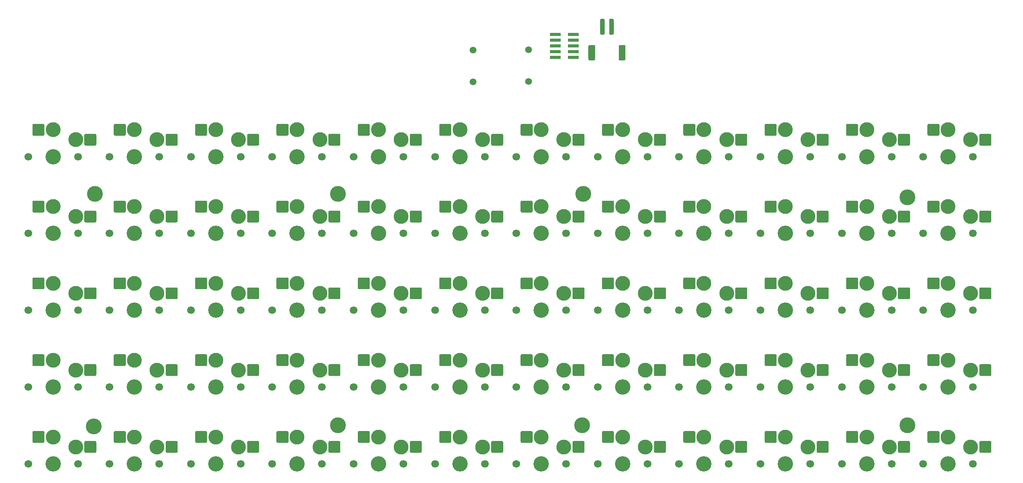
<source format=gbs>
G04 #@! TF.GenerationSoftware,KiCad,Pcbnew,7.0.9-7.0.9~ubuntu22.04.1*
G04 #@! TF.CreationDate,2023-12-21T23:36:55+01:00*
G04 #@! TF.ProjectId,basic60,62617369-6336-4302-9e6b-696361645f70,0.1*
G04 #@! TF.SameCoordinates,Original*
G04 #@! TF.FileFunction,Soldermask,Bot*
G04 #@! TF.FilePolarity,Negative*
%FSLAX46Y46*%
G04 Gerber Fmt 4.6, Leading zero omitted, Abs format (unit mm)*
G04 Created by KiCad (PCBNEW 7.0.9-7.0.9~ubuntu22.04.1) date 2023-12-21 23:36:55*
%MOMM*%
%LPD*%
G01*
G04 APERTURE LIST*
%ADD10C,1.500000*%
%ADD11C,3.500000*%
%ADD12C,1.700000*%
%ADD13C,3.400000*%
%ADD14C,3.300000*%
%ADD15R,2.400000X0.740000*%
G04 APERTURE END LIST*
D10*
X144150000Y-35000000D03*
X144150000Y-42000000D03*
D11*
X240250000Y-118064466D03*
X114250000Y-66814466D03*
X240250000Y-67564466D03*
X168500000Y-66814466D03*
D10*
X156450000Y-34900000D03*
X156450000Y-41900000D03*
D11*
X60500000Y-66814466D03*
X168250000Y-118064466D03*
X114250000Y-118064466D03*
X60250000Y-118314466D03*
D12*
X99750000Y-109564466D03*
D13*
X105250000Y-109564466D03*
D12*
X110750000Y-109564466D03*
D14*
X110250000Y-105814466D03*
G36*
G01*
X112170000Y-106854466D02*
X112170000Y-104774466D01*
G75*
G02*
X112430000Y-104514466I260000J0D01*
G01*
X114560000Y-104514466D01*
G75*
G02*
X114820000Y-104774466I0J-260000D01*
G01*
X114820000Y-106854466D01*
G75*
G02*
X114560000Y-107114466I-260000J0D01*
G01*
X112430000Y-107114466D01*
G75*
G02*
X112170000Y-106854466I0J260000D01*
G01*
G37*
G36*
G01*
X100680000Y-104654466D02*
X100680000Y-102574466D01*
G75*
G02*
X100940000Y-102314466I260000J0D01*
G01*
X103070000Y-102314466D01*
G75*
G02*
X103330000Y-102574466I0J-260000D01*
G01*
X103330000Y-104654466D01*
G75*
G02*
X103070000Y-104914466I-260000J0D01*
G01*
X100940000Y-104914466D01*
G75*
G02*
X100680000Y-104654466I0J260000D01*
G01*
G37*
X105250000Y-103614466D03*
D12*
X81750000Y-109564466D03*
D13*
X87250000Y-109564466D03*
D12*
X92750000Y-109564466D03*
D14*
X92250000Y-105814466D03*
G36*
G01*
X94170000Y-106854466D02*
X94170000Y-104774466D01*
G75*
G02*
X94430000Y-104514466I260000J0D01*
G01*
X96560000Y-104514466D01*
G75*
G02*
X96820000Y-104774466I0J-260000D01*
G01*
X96820000Y-106854466D01*
G75*
G02*
X96560000Y-107114466I-260000J0D01*
G01*
X94430000Y-107114466D01*
G75*
G02*
X94170000Y-106854466I0J260000D01*
G01*
G37*
G36*
G01*
X82680000Y-104654466D02*
X82680000Y-102574466D01*
G75*
G02*
X82940000Y-102314466I260000J0D01*
G01*
X85070000Y-102314466D01*
G75*
G02*
X85330000Y-102574466I0J-260000D01*
G01*
X85330000Y-104654466D01*
G75*
G02*
X85070000Y-104914466I-260000J0D01*
G01*
X82940000Y-104914466D01*
G75*
G02*
X82680000Y-104654466I0J260000D01*
G01*
G37*
X87250000Y-103614466D03*
D12*
X63750000Y-109564466D03*
D13*
X69250000Y-109564466D03*
D12*
X74750000Y-109564466D03*
D14*
X74250000Y-105814466D03*
G36*
G01*
X76170000Y-106854466D02*
X76170000Y-104774466D01*
G75*
G02*
X76430000Y-104514466I260000J0D01*
G01*
X78560000Y-104514466D01*
G75*
G02*
X78820000Y-104774466I0J-260000D01*
G01*
X78820000Y-106854466D01*
G75*
G02*
X78560000Y-107114466I-260000J0D01*
G01*
X76430000Y-107114466D01*
G75*
G02*
X76170000Y-106854466I0J260000D01*
G01*
G37*
G36*
G01*
X64680000Y-104654466D02*
X64680000Y-102574466D01*
G75*
G02*
X64940000Y-102314466I260000J0D01*
G01*
X67070000Y-102314466D01*
G75*
G02*
X67330000Y-102574466I0J-260000D01*
G01*
X67330000Y-104654466D01*
G75*
G02*
X67070000Y-104914466I-260000J0D01*
G01*
X64940000Y-104914466D01*
G75*
G02*
X64680000Y-104654466I0J260000D01*
G01*
G37*
X69250000Y-103614466D03*
D12*
X45750000Y-109564466D03*
D13*
X51250000Y-109564466D03*
D12*
X56750000Y-109564466D03*
D14*
X56250000Y-105814466D03*
G36*
G01*
X58170000Y-106854466D02*
X58170000Y-104774466D01*
G75*
G02*
X58430000Y-104514466I260000J0D01*
G01*
X60560000Y-104514466D01*
G75*
G02*
X60820000Y-104774466I0J-260000D01*
G01*
X60820000Y-106854466D01*
G75*
G02*
X60560000Y-107114466I-260000J0D01*
G01*
X58430000Y-107114466D01*
G75*
G02*
X58170000Y-106854466I0J260000D01*
G01*
G37*
G36*
G01*
X46680000Y-104654466D02*
X46680000Y-102574466D01*
G75*
G02*
X46940000Y-102314466I260000J0D01*
G01*
X49070000Y-102314466D01*
G75*
G02*
X49330000Y-102574466I0J-260000D01*
G01*
X49330000Y-104654466D01*
G75*
G02*
X49070000Y-104914466I-260000J0D01*
G01*
X46940000Y-104914466D01*
G75*
G02*
X46680000Y-104654466I0J260000D01*
G01*
G37*
X51250000Y-103614466D03*
D12*
X243750000Y-92564466D03*
D13*
X249250000Y-92564466D03*
D12*
X254750000Y-92564466D03*
D14*
X254250000Y-88814466D03*
G36*
G01*
X256170000Y-89854466D02*
X256170000Y-87774466D01*
G75*
G02*
X256430000Y-87514466I260000J0D01*
G01*
X258560000Y-87514466D01*
G75*
G02*
X258820000Y-87774466I0J-260000D01*
G01*
X258820000Y-89854466D01*
G75*
G02*
X258560000Y-90114466I-260000J0D01*
G01*
X256430000Y-90114466D01*
G75*
G02*
X256170000Y-89854466I0J260000D01*
G01*
G37*
G36*
G01*
X244680000Y-87654466D02*
X244680000Y-85574466D01*
G75*
G02*
X244940000Y-85314466I260000J0D01*
G01*
X247070000Y-85314466D01*
G75*
G02*
X247330000Y-85574466I0J-260000D01*
G01*
X247330000Y-87654466D01*
G75*
G02*
X247070000Y-87914466I-260000J0D01*
G01*
X244940000Y-87914466D01*
G75*
G02*
X244680000Y-87654466I0J260000D01*
G01*
G37*
X249250000Y-86614466D03*
D12*
X225750000Y-92564466D03*
D13*
X231250000Y-92564466D03*
D12*
X236750000Y-92564466D03*
D14*
X236250000Y-88814466D03*
G36*
G01*
X238170000Y-89854466D02*
X238170000Y-87774466D01*
G75*
G02*
X238430000Y-87514466I260000J0D01*
G01*
X240560000Y-87514466D01*
G75*
G02*
X240820000Y-87774466I0J-260000D01*
G01*
X240820000Y-89854466D01*
G75*
G02*
X240560000Y-90114466I-260000J0D01*
G01*
X238430000Y-90114466D01*
G75*
G02*
X238170000Y-89854466I0J260000D01*
G01*
G37*
G36*
G01*
X226680000Y-87654466D02*
X226680000Y-85574466D01*
G75*
G02*
X226940000Y-85314466I260000J0D01*
G01*
X229070000Y-85314466D01*
G75*
G02*
X229330000Y-85574466I0J-260000D01*
G01*
X229330000Y-87654466D01*
G75*
G02*
X229070000Y-87914466I-260000J0D01*
G01*
X226940000Y-87914466D01*
G75*
G02*
X226680000Y-87654466I0J260000D01*
G01*
G37*
X231250000Y-86614466D03*
D12*
X207750000Y-92564466D03*
D13*
X213250000Y-92564466D03*
D12*
X218750000Y-92564466D03*
D14*
X218250000Y-88814466D03*
G36*
G01*
X220170000Y-89854466D02*
X220170000Y-87774466D01*
G75*
G02*
X220430000Y-87514466I260000J0D01*
G01*
X222560000Y-87514466D01*
G75*
G02*
X222820000Y-87774466I0J-260000D01*
G01*
X222820000Y-89854466D01*
G75*
G02*
X222560000Y-90114466I-260000J0D01*
G01*
X220430000Y-90114466D01*
G75*
G02*
X220170000Y-89854466I0J260000D01*
G01*
G37*
G36*
G01*
X208680000Y-87654466D02*
X208680000Y-85574466D01*
G75*
G02*
X208940000Y-85314466I260000J0D01*
G01*
X211070000Y-85314466D01*
G75*
G02*
X211330000Y-85574466I0J-260000D01*
G01*
X211330000Y-87654466D01*
G75*
G02*
X211070000Y-87914466I-260000J0D01*
G01*
X208940000Y-87914466D01*
G75*
G02*
X208680000Y-87654466I0J260000D01*
G01*
G37*
X213250000Y-86614466D03*
D12*
X171750000Y-92564466D03*
D13*
X177250000Y-92564466D03*
D12*
X182750000Y-92564466D03*
D14*
X182250000Y-88814466D03*
G36*
G01*
X184170000Y-89854466D02*
X184170000Y-87774466D01*
G75*
G02*
X184430000Y-87514466I260000J0D01*
G01*
X186560000Y-87514466D01*
G75*
G02*
X186820000Y-87774466I0J-260000D01*
G01*
X186820000Y-89854466D01*
G75*
G02*
X186560000Y-90114466I-260000J0D01*
G01*
X184430000Y-90114466D01*
G75*
G02*
X184170000Y-89854466I0J260000D01*
G01*
G37*
G36*
G01*
X172680000Y-87654466D02*
X172680000Y-85574466D01*
G75*
G02*
X172940000Y-85314466I260000J0D01*
G01*
X175070000Y-85314466D01*
G75*
G02*
X175330000Y-85574466I0J-260000D01*
G01*
X175330000Y-87654466D01*
G75*
G02*
X175070000Y-87914466I-260000J0D01*
G01*
X172940000Y-87914466D01*
G75*
G02*
X172680000Y-87654466I0J260000D01*
G01*
G37*
X177250000Y-86614466D03*
D12*
X153750000Y-92564466D03*
D13*
X159250000Y-92564466D03*
D12*
X164750000Y-92564466D03*
D14*
X164250000Y-88814466D03*
G36*
G01*
X166170000Y-89854466D02*
X166170000Y-87774466D01*
G75*
G02*
X166430000Y-87514466I260000J0D01*
G01*
X168560000Y-87514466D01*
G75*
G02*
X168820000Y-87774466I0J-260000D01*
G01*
X168820000Y-89854466D01*
G75*
G02*
X168560000Y-90114466I-260000J0D01*
G01*
X166430000Y-90114466D01*
G75*
G02*
X166170000Y-89854466I0J260000D01*
G01*
G37*
G36*
G01*
X154680000Y-87654466D02*
X154680000Y-85574466D01*
G75*
G02*
X154940000Y-85314466I260000J0D01*
G01*
X157070000Y-85314466D01*
G75*
G02*
X157330000Y-85574466I0J-260000D01*
G01*
X157330000Y-87654466D01*
G75*
G02*
X157070000Y-87914466I-260000J0D01*
G01*
X154940000Y-87914466D01*
G75*
G02*
X154680000Y-87654466I0J260000D01*
G01*
G37*
X159250000Y-86614466D03*
D12*
X135750000Y-92564466D03*
D13*
X141250000Y-92564466D03*
D12*
X146750000Y-92564466D03*
D14*
X146250000Y-88814466D03*
G36*
G01*
X148170000Y-89854466D02*
X148170000Y-87774466D01*
G75*
G02*
X148430000Y-87514466I260000J0D01*
G01*
X150560000Y-87514466D01*
G75*
G02*
X150820000Y-87774466I0J-260000D01*
G01*
X150820000Y-89854466D01*
G75*
G02*
X150560000Y-90114466I-260000J0D01*
G01*
X148430000Y-90114466D01*
G75*
G02*
X148170000Y-89854466I0J260000D01*
G01*
G37*
G36*
G01*
X136680000Y-87654466D02*
X136680000Y-85574466D01*
G75*
G02*
X136940000Y-85314466I260000J0D01*
G01*
X139070000Y-85314466D01*
G75*
G02*
X139330000Y-85574466I0J-260000D01*
G01*
X139330000Y-87654466D01*
G75*
G02*
X139070000Y-87914466I-260000J0D01*
G01*
X136940000Y-87914466D01*
G75*
G02*
X136680000Y-87654466I0J260000D01*
G01*
G37*
X141250000Y-86614466D03*
D12*
X153750000Y-75564466D03*
D13*
X159250000Y-75564466D03*
D12*
X164750000Y-75564466D03*
D14*
X164250000Y-71814466D03*
G36*
G01*
X166170000Y-72854466D02*
X166170000Y-70774466D01*
G75*
G02*
X166430000Y-70514466I260000J0D01*
G01*
X168560000Y-70514466D01*
G75*
G02*
X168820000Y-70774466I0J-260000D01*
G01*
X168820000Y-72854466D01*
G75*
G02*
X168560000Y-73114466I-260000J0D01*
G01*
X166430000Y-73114466D01*
G75*
G02*
X166170000Y-72854466I0J260000D01*
G01*
G37*
G36*
G01*
X154680000Y-70654466D02*
X154680000Y-68574466D01*
G75*
G02*
X154940000Y-68314466I260000J0D01*
G01*
X157070000Y-68314466D01*
G75*
G02*
X157330000Y-68574466I0J-260000D01*
G01*
X157330000Y-70654466D01*
G75*
G02*
X157070000Y-70914466I-260000J0D01*
G01*
X154940000Y-70914466D01*
G75*
G02*
X154680000Y-70654466I0J260000D01*
G01*
G37*
X159250000Y-69614466D03*
D12*
X189750000Y-92564466D03*
D13*
X195250000Y-92564466D03*
D12*
X200750000Y-92564466D03*
D14*
X200250000Y-88814466D03*
G36*
G01*
X202170000Y-89854466D02*
X202170000Y-87774466D01*
G75*
G02*
X202430000Y-87514466I260000J0D01*
G01*
X204560000Y-87514466D01*
G75*
G02*
X204820000Y-87774466I0J-260000D01*
G01*
X204820000Y-89854466D01*
G75*
G02*
X204560000Y-90114466I-260000J0D01*
G01*
X202430000Y-90114466D01*
G75*
G02*
X202170000Y-89854466I0J260000D01*
G01*
G37*
G36*
G01*
X190680000Y-87654466D02*
X190680000Y-85574466D01*
G75*
G02*
X190940000Y-85314466I260000J0D01*
G01*
X193070000Y-85314466D01*
G75*
G02*
X193330000Y-85574466I0J-260000D01*
G01*
X193330000Y-87654466D01*
G75*
G02*
X193070000Y-87914466I-260000J0D01*
G01*
X190940000Y-87914466D01*
G75*
G02*
X190680000Y-87654466I0J260000D01*
G01*
G37*
X195250000Y-86614466D03*
D12*
X117750000Y-92564466D03*
D13*
X123250000Y-92564466D03*
D12*
X128750000Y-92564466D03*
D14*
X128250000Y-88814466D03*
G36*
G01*
X130170000Y-89854466D02*
X130170000Y-87774466D01*
G75*
G02*
X130430000Y-87514466I260000J0D01*
G01*
X132560000Y-87514466D01*
G75*
G02*
X132820000Y-87774466I0J-260000D01*
G01*
X132820000Y-89854466D01*
G75*
G02*
X132560000Y-90114466I-260000J0D01*
G01*
X130430000Y-90114466D01*
G75*
G02*
X130170000Y-89854466I0J260000D01*
G01*
G37*
G36*
G01*
X118680000Y-87654466D02*
X118680000Y-85574466D01*
G75*
G02*
X118940000Y-85314466I260000J0D01*
G01*
X121070000Y-85314466D01*
G75*
G02*
X121330000Y-85574466I0J-260000D01*
G01*
X121330000Y-87654466D01*
G75*
G02*
X121070000Y-87914466I-260000J0D01*
G01*
X118940000Y-87914466D01*
G75*
G02*
X118680000Y-87654466I0J260000D01*
G01*
G37*
X123250000Y-86614466D03*
D12*
X99750000Y-92564466D03*
D13*
X105250000Y-92564466D03*
D12*
X110750000Y-92564466D03*
D14*
X110250000Y-88814466D03*
G36*
G01*
X112170000Y-89854466D02*
X112170000Y-87774466D01*
G75*
G02*
X112430000Y-87514466I260000J0D01*
G01*
X114560000Y-87514466D01*
G75*
G02*
X114820000Y-87774466I0J-260000D01*
G01*
X114820000Y-89854466D01*
G75*
G02*
X114560000Y-90114466I-260000J0D01*
G01*
X112430000Y-90114466D01*
G75*
G02*
X112170000Y-89854466I0J260000D01*
G01*
G37*
G36*
G01*
X100680000Y-87654466D02*
X100680000Y-85574466D01*
G75*
G02*
X100940000Y-85314466I260000J0D01*
G01*
X103070000Y-85314466D01*
G75*
G02*
X103330000Y-85574466I0J-260000D01*
G01*
X103330000Y-87654466D01*
G75*
G02*
X103070000Y-87914466I-260000J0D01*
G01*
X100940000Y-87914466D01*
G75*
G02*
X100680000Y-87654466I0J260000D01*
G01*
G37*
X105250000Y-86614466D03*
D12*
X81750000Y-92564466D03*
D13*
X87250000Y-92564466D03*
D12*
X92750000Y-92564466D03*
D14*
X92250000Y-88814466D03*
G36*
G01*
X94170000Y-89854466D02*
X94170000Y-87774466D01*
G75*
G02*
X94430000Y-87514466I260000J0D01*
G01*
X96560000Y-87514466D01*
G75*
G02*
X96820000Y-87774466I0J-260000D01*
G01*
X96820000Y-89854466D01*
G75*
G02*
X96560000Y-90114466I-260000J0D01*
G01*
X94430000Y-90114466D01*
G75*
G02*
X94170000Y-89854466I0J260000D01*
G01*
G37*
G36*
G01*
X82680000Y-87654466D02*
X82680000Y-85574466D01*
G75*
G02*
X82940000Y-85314466I260000J0D01*
G01*
X85070000Y-85314466D01*
G75*
G02*
X85330000Y-85574466I0J-260000D01*
G01*
X85330000Y-87654466D01*
G75*
G02*
X85070000Y-87914466I-260000J0D01*
G01*
X82940000Y-87914466D01*
G75*
G02*
X82680000Y-87654466I0J260000D01*
G01*
G37*
X87250000Y-86614466D03*
D12*
X63750000Y-92564466D03*
D13*
X69250000Y-92564466D03*
D12*
X74750000Y-92564466D03*
D14*
X74250000Y-88814466D03*
G36*
G01*
X76170000Y-89854466D02*
X76170000Y-87774466D01*
G75*
G02*
X76430000Y-87514466I260000J0D01*
G01*
X78560000Y-87514466D01*
G75*
G02*
X78820000Y-87774466I0J-260000D01*
G01*
X78820000Y-89854466D01*
G75*
G02*
X78560000Y-90114466I-260000J0D01*
G01*
X76430000Y-90114466D01*
G75*
G02*
X76170000Y-89854466I0J260000D01*
G01*
G37*
G36*
G01*
X64680000Y-87654466D02*
X64680000Y-85574466D01*
G75*
G02*
X64940000Y-85314466I260000J0D01*
G01*
X67070000Y-85314466D01*
G75*
G02*
X67330000Y-85574466I0J-260000D01*
G01*
X67330000Y-87654466D01*
G75*
G02*
X67070000Y-87914466I-260000J0D01*
G01*
X64940000Y-87914466D01*
G75*
G02*
X64680000Y-87654466I0J260000D01*
G01*
G37*
X69250000Y-86614466D03*
D12*
X45750000Y-92564466D03*
D13*
X51250000Y-92564466D03*
D12*
X56750000Y-92564466D03*
D14*
X56250000Y-88814466D03*
G36*
G01*
X58170000Y-89854466D02*
X58170000Y-87774466D01*
G75*
G02*
X58430000Y-87514466I260000J0D01*
G01*
X60560000Y-87514466D01*
G75*
G02*
X60820000Y-87774466I0J-260000D01*
G01*
X60820000Y-89854466D01*
G75*
G02*
X60560000Y-90114466I-260000J0D01*
G01*
X58430000Y-90114466D01*
G75*
G02*
X58170000Y-89854466I0J260000D01*
G01*
G37*
G36*
G01*
X46680000Y-87654466D02*
X46680000Y-85574466D01*
G75*
G02*
X46940000Y-85314466I260000J0D01*
G01*
X49070000Y-85314466D01*
G75*
G02*
X49330000Y-85574466I0J-260000D01*
G01*
X49330000Y-87654466D01*
G75*
G02*
X49070000Y-87914466I-260000J0D01*
G01*
X46940000Y-87914466D01*
G75*
G02*
X46680000Y-87654466I0J260000D01*
G01*
G37*
X51250000Y-86614466D03*
D12*
X243750000Y-75564466D03*
D13*
X249250000Y-75564466D03*
D12*
X254750000Y-75564466D03*
D14*
X254250000Y-71814466D03*
G36*
G01*
X256170000Y-72854466D02*
X256170000Y-70774466D01*
G75*
G02*
X256430000Y-70514466I260000J0D01*
G01*
X258560000Y-70514466D01*
G75*
G02*
X258820000Y-70774466I0J-260000D01*
G01*
X258820000Y-72854466D01*
G75*
G02*
X258560000Y-73114466I-260000J0D01*
G01*
X256430000Y-73114466D01*
G75*
G02*
X256170000Y-72854466I0J260000D01*
G01*
G37*
G36*
G01*
X244680000Y-70654466D02*
X244680000Y-68574466D01*
G75*
G02*
X244940000Y-68314466I260000J0D01*
G01*
X247070000Y-68314466D01*
G75*
G02*
X247330000Y-68574466I0J-260000D01*
G01*
X247330000Y-70654466D01*
G75*
G02*
X247070000Y-70914466I-260000J0D01*
G01*
X244940000Y-70914466D01*
G75*
G02*
X244680000Y-70654466I0J260000D01*
G01*
G37*
X249250000Y-69614466D03*
D12*
X117750000Y-126564466D03*
D13*
X123250000Y-126564466D03*
D12*
X128750000Y-126564466D03*
D14*
X128250000Y-122814466D03*
G36*
G01*
X130170000Y-123854466D02*
X130170000Y-121774466D01*
G75*
G02*
X130430000Y-121514466I260000J0D01*
G01*
X132560000Y-121514466D01*
G75*
G02*
X132820000Y-121774466I0J-260000D01*
G01*
X132820000Y-123854466D01*
G75*
G02*
X132560000Y-124114466I-260000J0D01*
G01*
X130430000Y-124114466D01*
G75*
G02*
X130170000Y-123854466I0J260000D01*
G01*
G37*
G36*
G01*
X118680000Y-121654466D02*
X118680000Y-119574466D01*
G75*
G02*
X118940000Y-119314466I260000J0D01*
G01*
X121070000Y-119314466D01*
G75*
G02*
X121330000Y-119574466I0J-260000D01*
G01*
X121330000Y-121654466D01*
G75*
G02*
X121070000Y-121914466I-260000J0D01*
G01*
X118940000Y-121914466D01*
G75*
G02*
X118680000Y-121654466I0J260000D01*
G01*
G37*
X123250000Y-120614466D03*
D12*
X225750000Y-75564466D03*
D13*
X231250000Y-75564466D03*
D12*
X236750000Y-75564466D03*
D14*
X236250000Y-71814466D03*
G36*
G01*
X238170000Y-72854466D02*
X238170000Y-70774466D01*
G75*
G02*
X238430000Y-70514466I260000J0D01*
G01*
X240560000Y-70514466D01*
G75*
G02*
X240820000Y-70774466I0J-260000D01*
G01*
X240820000Y-72854466D01*
G75*
G02*
X240560000Y-73114466I-260000J0D01*
G01*
X238430000Y-73114466D01*
G75*
G02*
X238170000Y-72854466I0J260000D01*
G01*
G37*
G36*
G01*
X226680000Y-70654466D02*
X226680000Y-68574466D01*
G75*
G02*
X226940000Y-68314466I260000J0D01*
G01*
X229070000Y-68314466D01*
G75*
G02*
X229330000Y-68574466I0J-260000D01*
G01*
X229330000Y-70654466D01*
G75*
G02*
X229070000Y-70914466I-260000J0D01*
G01*
X226940000Y-70914466D01*
G75*
G02*
X226680000Y-70654466I0J260000D01*
G01*
G37*
X231250000Y-69614466D03*
D12*
X45750000Y-75564466D03*
D13*
X51250000Y-75564466D03*
D12*
X56750000Y-75564466D03*
D14*
X56250000Y-71814466D03*
G36*
G01*
X58170000Y-72854466D02*
X58170000Y-70774466D01*
G75*
G02*
X58430000Y-70514466I260000J0D01*
G01*
X60560000Y-70514466D01*
G75*
G02*
X60820000Y-70774466I0J-260000D01*
G01*
X60820000Y-72854466D01*
G75*
G02*
X60560000Y-73114466I-260000J0D01*
G01*
X58430000Y-73114466D01*
G75*
G02*
X58170000Y-72854466I0J260000D01*
G01*
G37*
G36*
G01*
X46680000Y-70654466D02*
X46680000Y-68574466D01*
G75*
G02*
X46940000Y-68314466I260000J0D01*
G01*
X49070000Y-68314466D01*
G75*
G02*
X49330000Y-68574466I0J-260000D01*
G01*
X49330000Y-70654466D01*
G75*
G02*
X49070000Y-70914466I-260000J0D01*
G01*
X46940000Y-70914466D01*
G75*
G02*
X46680000Y-70654466I0J260000D01*
G01*
G37*
X51250000Y-69614466D03*
D12*
X117750000Y-75564466D03*
D13*
X123250000Y-75564466D03*
D12*
X128750000Y-75564466D03*
D14*
X128250000Y-71814466D03*
G36*
G01*
X130170000Y-72854466D02*
X130170000Y-70774466D01*
G75*
G02*
X130430000Y-70514466I260000J0D01*
G01*
X132560000Y-70514466D01*
G75*
G02*
X132820000Y-70774466I0J-260000D01*
G01*
X132820000Y-72854466D01*
G75*
G02*
X132560000Y-73114466I-260000J0D01*
G01*
X130430000Y-73114466D01*
G75*
G02*
X130170000Y-72854466I0J260000D01*
G01*
G37*
G36*
G01*
X118680000Y-70654466D02*
X118680000Y-68574466D01*
G75*
G02*
X118940000Y-68314466I260000J0D01*
G01*
X121070000Y-68314466D01*
G75*
G02*
X121330000Y-68574466I0J-260000D01*
G01*
X121330000Y-70654466D01*
G75*
G02*
X121070000Y-70914466I-260000J0D01*
G01*
X118940000Y-70914466D01*
G75*
G02*
X118680000Y-70654466I0J260000D01*
G01*
G37*
X123250000Y-69614466D03*
D12*
X99750000Y-75564466D03*
D13*
X105250000Y-75564466D03*
D12*
X110750000Y-75564466D03*
D14*
X110250000Y-71814466D03*
G36*
G01*
X112170000Y-72854466D02*
X112170000Y-70774466D01*
G75*
G02*
X112430000Y-70514466I260000J0D01*
G01*
X114560000Y-70514466D01*
G75*
G02*
X114820000Y-70774466I0J-260000D01*
G01*
X114820000Y-72854466D01*
G75*
G02*
X114560000Y-73114466I-260000J0D01*
G01*
X112430000Y-73114466D01*
G75*
G02*
X112170000Y-72854466I0J260000D01*
G01*
G37*
G36*
G01*
X100680000Y-70654466D02*
X100680000Y-68574466D01*
G75*
G02*
X100940000Y-68314466I260000J0D01*
G01*
X103070000Y-68314466D01*
G75*
G02*
X103330000Y-68574466I0J-260000D01*
G01*
X103330000Y-70654466D01*
G75*
G02*
X103070000Y-70914466I-260000J0D01*
G01*
X100940000Y-70914466D01*
G75*
G02*
X100680000Y-70654466I0J260000D01*
G01*
G37*
X105250000Y-69614466D03*
D12*
X171750000Y-75564466D03*
D13*
X177250000Y-75564466D03*
D12*
X182750000Y-75564466D03*
D14*
X182250000Y-71814466D03*
G36*
G01*
X184170000Y-72854466D02*
X184170000Y-70774466D01*
G75*
G02*
X184430000Y-70514466I260000J0D01*
G01*
X186560000Y-70514466D01*
G75*
G02*
X186820000Y-70774466I0J-260000D01*
G01*
X186820000Y-72854466D01*
G75*
G02*
X186560000Y-73114466I-260000J0D01*
G01*
X184430000Y-73114466D01*
G75*
G02*
X184170000Y-72854466I0J260000D01*
G01*
G37*
G36*
G01*
X172680000Y-70654466D02*
X172680000Y-68574466D01*
G75*
G02*
X172940000Y-68314466I260000J0D01*
G01*
X175070000Y-68314466D01*
G75*
G02*
X175330000Y-68574466I0J-260000D01*
G01*
X175330000Y-70654466D01*
G75*
G02*
X175070000Y-70914466I-260000J0D01*
G01*
X172940000Y-70914466D01*
G75*
G02*
X172680000Y-70654466I0J260000D01*
G01*
G37*
X177250000Y-69614466D03*
D12*
X153750000Y-109564466D03*
D13*
X159250000Y-109564466D03*
D12*
X164750000Y-109564466D03*
D14*
X164250000Y-105814466D03*
G36*
G01*
X166170000Y-106854466D02*
X166170000Y-104774466D01*
G75*
G02*
X166430000Y-104514466I260000J0D01*
G01*
X168560000Y-104514466D01*
G75*
G02*
X168820000Y-104774466I0J-260000D01*
G01*
X168820000Y-106854466D01*
G75*
G02*
X168560000Y-107114466I-260000J0D01*
G01*
X166430000Y-107114466D01*
G75*
G02*
X166170000Y-106854466I0J260000D01*
G01*
G37*
G36*
G01*
X154680000Y-104654466D02*
X154680000Y-102574466D01*
G75*
G02*
X154940000Y-102314466I260000J0D01*
G01*
X157070000Y-102314466D01*
G75*
G02*
X157330000Y-102574466I0J-260000D01*
G01*
X157330000Y-104654466D01*
G75*
G02*
X157070000Y-104914466I-260000J0D01*
G01*
X154940000Y-104914466D01*
G75*
G02*
X154680000Y-104654466I0J260000D01*
G01*
G37*
X159250000Y-103614466D03*
D12*
X63750000Y-75564466D03*
D13*
X69250000Y-75564466D03*
D12*
X74750000Y-75564466D03*
D14*
X74250000Y-71814466D03*
G36*
G01*
X76170000Y-72854466D02*
X76170000Y-70774466D01*
G75*
G02*
X76430000Y-70514466I260000J0D01*
G01*
X78560000Y-70514466D01*
G75*
G02*
X78820000Y-70774466I0J-260000D01*
G01*
X78820000Y-72854466D01*
G75*
G02*
X78560000Y-73114466I-260000J0D01*
G01*
X76430000Y-73114466D01*
G75*
G02*
X76170000Y-72854466I0J260000D01*
G01*
G37*
G36*
G01*
X64680000Y-70654466D02*
X64680000Y-68574466D01*
G75*
G02*
X64940000Y-68314466I260000J0D01*
G01*
X67070000Y-68314466D01*
G75*
G02*
X67330000Y-68574466I0J-260000D01*
G01*
X67330000Y-70654466D01*
G75*
G02*
X67070000Y-70914466I-260000J0D01*
G01*
X64940000Y-70914466D01*
G75*
G02*
X64680000Y-70654466I0J260000D01*
G01*
G37*
X69250000Y-69614466D03*
D12*
X207750000Y-75564466D03*
D13*
X213250000Y-75564466D03*
D12*
X218750000Y-75564466D03*
D14*
X218250000Y-71814466D03*
G36*
G01*
X220170000Y-72854466D02*
X220170000Y-70774466D01*
G75*
G02*
X220430000Y-70514466I260000J0D01*
G01*
X222560000Y-70514466D01*
G75*
G02*
X222820000Y-70774466I0J-260000D01*
G01*
X222820000Y-72854466D01*
G75*
G02*
X222560000Y-73114466I-260000J0D01*
G01*
X220430000Y-73114466D01*
G75*
G02*
X220170000Y-72854466I0J260000D01*
G01*
G37*
G36*
G01*
X208680000Y-70654466D02*
X208680000Y-68574466D01*
G75*
G02*
X208940000Y-68314466I260000J0D01*
G01*
X211070000Y-68314466D01*
G75*
G02*
X211330000Y-68574466I0J-260000D01*
G01*
X211330000Y-70654466D01*
G75*
G02*
X211070000Y-70914466I-260000J0D01*
G01*
X208940000Y-70914466D01*
G75*
G02*
X208680000Y-70654466I0J260000D01*
G01*
G37*
X213250000Y-69614466D03*
D12*
X189750000Y-75564466D03*
D13*
X195250000Y-75564466D03*
D12*
X200750000Y-75564466D03*
D14*
X200250000Y-71814466D03*
G36*
G01*
X202170000Y-72854466D02*
X202170000Y-70774466D01*
G75*
G02*
X202430000Y-70514466I260000J0D01*
G01*
X204560000Y-70514466D01*
G75*
G02*
X204820000Y-70774466I0J-260000D01*
G01*
X204820000Y-72854466D01*
G75*
G02*
X204560000Y-73114466I-260000J0D01*
G01*
X202430000Y-73114466D01*
G75*
G02*
X202170000Y-72854466I0J260000D01*
G01*
G37*
G36*
G01*
X190680000Y-70654466D02*
X190680000Y-68574466D01*
G75*
G02*
X190940000Y-68314466I260000J0D01*
G01*
X193070000Y-68314466D01*
G75*
G02*
X193330000Y-68574466I0J-260000D01*
G01*
X193330000Y-70654466D01*
G75*
G02*
X193070000Y-70914466I-260000J0D01*
G01*
X190940000Y-70914466D01*
G75*
G02*
X190680000Y-70654466I0J260000D01*
G01*
G37*
X195250000Y-69614466D03*
D12*
X243750000Y-109564466D03*
D13*
X249250000Y-109564466D03*
D12*
X254750000Y-109564466D03*
D14*
X254250000Y-105814466D03*
G36*
G01*
X256170000Y-106854466D02*
X256170000Y-104774466D01*
G75*
G02*
X256430000Y-104514466I260000J0D01*
G01*
X258560000Y-104514466D01*
G75*
G02*
X258820000Y-104774466I0J-260000D01*
G01*
X258820000Y-106854466D01*
G75*
G02*
X258560000Y-107114466I-260000J0D01*
G01*
X256430000Y-107114466D01*
G75*
G02*
X256170000Y-106854466I0J260000D01*
G01*
G37*
G36*
G01*
X244680000Y-104654466D02*
X244680000Y-102574466D01*
G75*
G02*
X244940000Y-102314466I260000J0D01*
G01*
X247070000Y-102314466D01*
G75*
G02*
X247330000Y-102574466I0J-260000D01*
G01*
X247330000Y-104654466D01*
G75*
G02*
X247070000Y-104914466I-260000J0D01*
G01*
X244940000Y-104914466D01*
G75*
G02*
X244680000Y-104654466I0J260000D01*
G01*
G37*
X249250000Y-103614466D03*
D12*
X225750000Y-109564466D03*
D13*
X231250000Y-109564466D03*
D12*
X236750000Y-109564466D03*
D14*
X236250000Y-105814466D03*
G36*
G01*
X238170000Y-106854466D02*
X238170000Y-104774466D01*
G75*
G02*
X238430000Y-104514466I260000J0D01*
G01*
X240560000Y-104514466D01*
G75*
G02*
X240820000Y-104774466I0J-260000D01*
G01*
X240820000Y-106854466D01*
G75*
G02*
X240560000Y-107114466I-260000J0D01*
G01*
X238430000Y-107114466D01*
G75*
G02*
X238170000Y-106854466I0J260000D01*
G01*
G37*
G36*
G01*
X226680000Y-104654466D02*
X226680000Y-102574466D01*
G75*
G02*
X226940000Y-102314466I260000J0D01*
G01*
X229070000Y-102314466D01*
G75*
G02*
X229330000Y-102574466I0J-260000D01*
G01*
X229330000Y-104654466D01*
G75*
G02*
X229070000Y-104914466I-260000J0D01*
G01*
X226940000Y-104914466D01*
G75*
G02*
X226680000Y-104654466I0J260000D01*
G01*
G37*
X231250000Y-103614466D03*
D12*
X207750000Y-109564466D03*
D13*
X213250000Y-109564466D03*
D12*
X218750000Y-109564466D03*
D14*
X218250000Y-105814466D03*
G36*
G01*
X220170000Y-106854466D02*
X220170000Y-104774466D01*
G75*
G02*
X220430000Y-104514466I260000J0D01*
G01*
X222560000Y-104514466D01*
G75*
G02*
X222820000Y-104774466I0J-260000D01*
G01*
X222820000Y-106854466D01*
G75*
G02*
X222560000Y-107114466I-260000J0D01*
G01*
X220430000Y-107114466D01*
G75*
G02*
X220170000Y-106854466I0J260000D01*
G01*
G37*
G36*
G01*
X208680000Y-104654466D02*
X208680000Y-102574466D01*
G75*
G02*
X208940000Y-102314466I260000J0D01*
G01*
X211070000Y-102314466D01*
G75*
G02*
X211330000Y-102574466I0J-260000D01*
G01*
X211330000Y-104654466D01*
G75*
G02*
X211070000Y-104914466I-260000J0D01*
G01*
X208940000Y-104914466D01*
G75*
G02*
X208680000Y-104654466I0J260000D01*
G01*
G37*
X213250000Y-103614466D03*
D12*
X189750000Y-109564466D03*
D13*
X195250000Y-109564466D03*
D12*
X200750000Y-109564466D03*
D14*
X200250000Y-105814466D03*
G36*
G01*
X202170000Y-106854466D02*
X202170000Y-104774466D01*
G75*
G02*
X202430000Y-104514466I260000J0D01*
G01*
X204560000Y-104514466D01*
G75*
G02*
X204820000Y-104774466I0J-260000D01*
G01*
X204820000Y-106854466D01*
G75*
G02*
X204560000Y-107114466I-260000J0D01*
G01*
X202430000Y-107114466D01*
G75*
G02*
X202170000Y-106854466I0J260000D01*
G01*
G37*
G36*
G01*
X190680000Y-104654466D02*
X190680000Y-102574466D01*
G75*
G02*
X190940000Y-102314466I260000J0D01*
G01*
X193070000Y-102314466D01*
G75*
G02*
X193330000Y-102574466I0J-260000D01*
G01*
X193330000Y-104654466D01*
G75*
G02*
X193070000Y-104914466I-260000J0D01*
G01*
X190940000Y-104914466D01*
G75*
G02*
X190680000Y-104654466I0J260000D01*
G01*
G37*
X195250000Y-103614466D03*
D12*
X171750000Y-109564466D03*
D13*
X177250000Y-109564466D03*
D12*
X182750000Y-109564466D03*
D14*
X182250000Y-105814466D03*
G36*
G01*
X184170000Y-106854466D02*
X184170000Y-104774466D01*
G75*
G02*
X184430000Y-104514466I260000J0D01*
G01*
X186560000Y-104514466D01*
G75*
G02*
X186820000Y-104774466I0J-260000D01*
G01*
X186820000Y-106854466D01*
G75*
G02*
X186560000Y-107114466I-260000J0D01*
G01*
X184430000Y-107114466D01*
G75*
G02*
X184170000Y-106854466I0J260000D01*
G01*
G37*
G36*
G01*
X172680000Y-104654466D02*
X172680000Y-102574466D01*
G75*
G02*
X172940000Y-102314466I260000J0D01*
G01*
X175070000Y-102314466D01*
G75*
G02*
X175330000Y-102574466I0J-260000D01*
G01*
X175330000Y-104654466D01*
G75*
G02*
X175070000Y-104914466I-260000J0D01*
G01*
X172940000Y-104914466D01*
G75*
G02*
X172680000Y-104654466I0J260000D01*
G01*
G37*
X177250000Y-103614466D03*
D12*
X135750000Y-109564466D03*
D13*
X141250000Y-109564466D03*
D12*
X146750000Y-109564466D03*
D14*
X146250000Y-105814466D03*
G36*
G01*
X148170000Y-106854466D02*
X148170000Y-104774466D01*
G75*
G02*
X148430000Y-104514466I260000J0D01*
G01*
X150560000Y-104514466D01*
G75*
G02*
X150820000Y-104774466I0J-260000D01*
G01*
X150820000Y-106854466D01*
G75*
G02*
X150560000Y-107114466I-260000J0D01*
G01*
X148430000Y-107114466D01*
G75*
G02*
X148170000Y-106854466I0J260000D01*
G01*
G37*
G36*
G01*
X136680000Y-104654466D02*
X136680000Y-102574466D01*
G75*
G02*
X136940000Y-102314466I260000J0D01*
G01*
X139070000Y-102314466D01*
G75*
G02*
X139330000Y-102574466I0J-260000D01*
G01*
X139330000Y-104654466D01*
G75*
G02*
X139070000Y-104914466I-260000J0D01*
G01*
X136940000Y-104914466D01*
G75*
G02*
X136680000Y-104654466I0J260000D01*
G01*
G37*
X141250000Y-103614466D03*
D12*
X117750000Y-109564466D03*
D13*
X123250000Y-109564466D03*
D12*
X128750000Y-109564466D03*
D14*
X128250000Y-105814466D03*
G36*
G01*
X130170000Y-106854466D02*
X130170000Y-104774466D01*
G75*
G02*
X130430000Y-104514466I260000J0D01*
G01*
X132560000Y-104514466D01*
G75*
G02*
X132820000Y-104774466I0J-260000D01*
G01*
X132820000Y-106854466D01*
G75*
G02*
X132560000Y-107114466I-260000J0D01*
G01*
X130430000Y-107114466D01*
G75*
G02*
X130170000Y-106854466I0J260000D01*
G01*
G37*
G36*
G01*
X118680000Y-104654466D02*
X118680000Y-102574466D01*
G75*
G02*
X118940000Y-102314466I260000J0D01*
G01*
X121070000Y-102314466D01*
G75*
G02*
X121330000Y-102574466I0J-260000D01*
G01*
X121330000Y-104654466D01*
G75*
G02*
X121070000Y-104914466I-260000J0D01*
G01*
X118940000Y-104914466D01*
G75*
G02*
X118680000Y-104654466I0J260000D01*
G01*
G37*
X123250000Y-103614466D03*
D12*
X81750000Y-75564466D03*
D13*
X87250000Y-75564466D03*
D12*
X92750000Y-75564466D03*
D14*
X92250000Y-71814466D03*
G36*
G01*
X94170000Y-72854466D02*
X94170000Y-70774466D01*
G75*
G02*
X94430000Y-70514466I260000J0D01*
G01*
X96560000Y-70514466D01*
G75*
G02*
X96820000Y-70774466I0J-260000D01*
G01*
X96820000Y-72854466D01*
G75*
G02*
X96560000Y-73114466I-260000J0D01*
G01*
X94430000Y-73114466D01*
G75*
G02*
X94170000Y-72854466I0J260000D01*
G01*
G37*
G36*
G01*
X82680000Y-70654466D02*
X82680000Y-68574466D01*
G75*
G02*
X82940000Y-68314466I260000J0D01*
G01*
X85070000Y-68314466D01*
G75*
G02*
X85330000Y-68574466I0J-260000D01*
G01*
X85330000Y-70654466D01*
G75*
G02*
X85070000Y-70914466I-260000J0D01*
G01*
X82940000Y-70914466D01*
G75*
G02*
X82680000Y-70654466I0J260000D01*
G01*
G37*
X87250000Y-69614466D03*
D12*
X135750000Y-75564466D03*
D13*
X141250000Y-75564466D03*
D12*
X146750000Y-75564466D03*
D14*
X146250000Y-71814466D03*
G36*
G01*
X148170000Y-72854466D02*
X148170000Y-70774466D01*
G75*
G02*
X148430000Y-70514466I260000J0D01*
G01*
X150560000Y-70514466D01*
G75*
G02*
X150820000Y-70774466I0J-260000D01*
G01*
X150820000Y-72854466D01*
G75*
G02*
X150560000Y-73114466I-260000J0D01*
G01*
X148430000Y-73114466D01*
G75*
G02*
X148170000Y-72854466I0J260000D01*
G01*
G37*
G36*
G01*
X136680000Y-70654466D02*
X136680000Y-68574466D01*
G75*
G02*
X136940000Y-68314466I260000J0D01*
G01*
X139070000Y-68314466D01*
G75*
G02*
X139330000Y-68574466I0J-260000D01*
G01*
X139330000Y-70654466D01*
G75*
G02*
X139070000Y-70914466I-260000J0D01*
G01*
X136940000Y-70914466D01*
G75*
G02*
X136680000Y-70654466I0J260000D01*
G01*
G37*
X141250000Y-69614466D03*
D12*
X99750000Y-126564466D03*
D13*
X105250000Y-126564466D03*
D12*
X110750000Y-126564466D03*
D14*
X110250000Y-122814466D03*
G36*
G01*
X112170000Y-123854466D02*
X112170000Y-121774466D01*
G75*
G02*
X112430000Y-121514466I260000J0D01*
G01*
X114560000Y-121514466D01*
G75*
G02*
X114820000Y-121774466I0J-260000D01*
G01*
X114820000Y-123854466D01*
G75*
G02*
X114560000Y-124114466I-260000J0D01*
G01*
X112430000Y-124114466D01*
G75*
G02*
X112170000Y-123854466I0J260000D01*
G01*
G37*
G36*
G01*
X100680000Y-121654466D02*
X100680000Y-119574466D01*
G75*
G02*
X100940000Y-119314466I260000J0D01*
G01*
X103070000Y-119314466D01*
G75*
G02*
X103330000Y-119574466I0J-260000D01*
G01*
X103330000Y-121654466D01*
G75*
G02*
X103070000Y-121914466I-260000J0D01*
G01*
X100940000Y-121914466D01*
G75*
G02*
X100680000Y-121654466I0J260000D01*
G01*
G37*
X105250000Y-120614466D03*
D12*
X171750000Y-126564466D03*
D13*
X177250000Y-126564466D03*
D12*
X182750000Y-126564466D03*
D14*
X182250000Y-122814466D03*
G36*
G01*
X184170000Y-123854466D02*
X184170000Y-121774466D01*
G75*
G02*
X184430000Y-121514466I260000J0D01*
G01*
X186560000Y-121514466D01*
G75*
G02*
X186820000Y-121774466I0J-260000D01*
G01*
X186820000Y-123854466D01*
G75*
G02*
X186560000Y-124114466I-260000J0D01*
G01*
X184430000Y-124114466D01*
G75*
G02*
X184170000Y-123854466I0J260000D01*
G01*
G37*
G36*
G01*
X172680000Y-121654466D02*
X172680000Y-119574466D01*
G75*
G02*
X172940000Y-119314466I260000J0D01*
G01*
X175070000Y-119314466D01*
G75*
G02*
X175330000Y-119574466I0J-260000D01*
G01*
X175330000Y-121654466D01*
G75*
G02*
X175070000Y-121914466I-260000J0D01*
G01*
X172940000Y-121914466D01*
G75*
G02*
X172680000Y-121654466I0J260000D01*
G01*
G37*
X177250000Y-120614466D03*
D12*
X189750000Y-126564466D03*
D13*
X195250000Y-126564466D03*
D12*
X200750000Y-126564466D03*
D14*
X200250000Y-122814466D03*
G36*
G01*
X202170000Y-123854466D02*
X202170000Y-121774466D01*
G75*
G02*
X202430000Y-121514466I260000J0D01*
G01*
X204560000Y-121514466D01*
G75*
G02*
X204820000Y-121774466I0J-260000D01*
G01*
X204820000Y-123854466D01*
G75*
G02*
X204560000Y-124114466I-260000J0D01*
G01*
X202430000Y-124114466D01*
G75*
G02*
X202170000Y-123854466I0J260000D01*
G01*
G37*
G36*
G01*
X190680000Y-121654466D02*
X190680000Y-119574466D01*
G75*
G02*
X190940000Y-119314466I260000J0D01*
G01*
X193070000Y-119314466D01*
G75*
G02*
X193330000Y-119574466I0J-260000D01*
G01*
X193330000Y-121654466D01*
G75*
G02*
X193070000Y-121914466I-260000J0D01*
G01*
X190940000Y-121914466D01*
G75*
G02*
X190680000Y-121654466I0J260000D01*
G01*
G37*
X195250000Y-120614466D03*
D12*
X153750000Y-126564466D03*
D13*
X159250000Y-126564466D03*
D12*
X164750000Y-126564466D03*
D14*
X164250000Y-122814466D03*
G36*
G01*
X166170000Y-123854466D02*
X166170000Y-121774466D01*
G75*
G02*
X166430000Y-121514466I260000J0D01*
G01*
X168560000Y-121514466D01*
G75*
G02*
X168820000Y-121774466I0J-260000D01*
G01*
X168820000Y-123854466D01*
G75*
G02*
X168560000Y-124114466I-260000J0D01*
G01*
X166430000Y-124114466D01*
G75*
G02*
X166170000Y-123854466I0J260000D01*
G01*
G37*
G36*
G01*
X154680000Y-121654466D02*
X154680000Y-119574466D01*
G75*
G02*
X154940000Y-119314466I260000J0D01*
G01*
X157070000Y-119314466D01*
G75*
G02*
X157330000Y-119574466I0J-260000D01*
G01*
X157330000Y-121654466D01*
G75*
G02*
X157070000Y-121914466I-260000J0D01*
G01*
X154940000Y-121914466D01*
G75*
G02*
X154680000Y-121654466I0J260000D01*
G01*
G37*
X159250000Y-120614466D03*
D12*
X81750000Y-126564466D03*
D13*
X87250000Y-126564466D03*
D12*
X92750000Y-126564466D03*
D14*
X92250000Y-122814466D03*
G36*
G01*
X94170000Y-123854466D02*
X94170000Y-121774466D01*
G75*
G02*
X94430000Y-121514466I260000J0D01*
G01*
X96560000Y-121514466D01*
G75*
G02*
X96820000Y-121774466I0J-260000D01*
G01*
X96820000Y-123854466D01*
G75*
G02*
X96560000Y-124114466I-260000J0D01*
G01*
X94430000Y-124114466D01*
G75*
G02*
X94170000Y-123854466I0J260000D01*
G01*
G37*
G36*
G01*
X82680000Y-121654466D02*
X82680000Y-119574466D01*
G75*
G02*
X82940000Y-119314466I260000J0D01*
G01*
X85070000Y-119314466D01*
G75*
G02*
X85330000Y-119574466I0J-260000D01*
G01*
X85330000Y-121654466D01*
G75*
G02*
X85070000Y-121914466I-260000J0D01*
G01*
X82940000Y-121914466D01*
G75*
G02*
X82680000Y-121654466I0J260000D01*
G01*
G37*
X87250000Y-120614466D03*
D12*
X63750000Y-58564466D03*
D13*
X69250000Y-58564466D03*
D12*
X74750000Y-58564466D03*
D14*
X74250000Y-54814466D03*
G36*
G01*
X76170000Y-55854466D02*
X76170000Y-53774466D01*
G75*
G02*
X76430000Y-53514466I260000J0D01*
G01*
X78560000Y-53514466D01*
G75*
G02*
X78820000Y-53774466I0J-260000D01*
G01*
X78820000Y-55854466D01*
G75*
G02*
X78560000Y-56114466I-260000J0D01*
G01*
X76430000Y-56114466D01*
G75*
G02*
X76170000Y-55854466I0J260000D01*
G01*
G37*
G36*
G01*
X64680000Y-53654466D02*
X64680000Y-51574466D01*
G75*
G02*
X64940000Y-51314466I260000J0D01*
G01*
X67070000Y-51314466D01*
G75*
G02*
X67330000Y-51574466I0J-260000D01*
G01*
X67330000Y-53654466D01*
G75*
G02*
X67070000Y-53914466I-260000J0D01*
G01*
X64940000Y-53914466D01*
G75*
G02*
X64680000Y-53654466I0J260000D01*
G01*
G37*
X69250000Y-52614466D03*
D12*
X45750000Y-58564466D03*
D13*
X51250000Y-58564466D03*
D12*
X56750000Y-58564466D03*
D14*
X56250000Y-54814466D03*
G36*
G01*
X58170000Y-55854466D02*
X58170000Y-53774466D01*
G75*
G02*
X58430000Y-53514466I260000J0D01*
G01*
X60560000Y-53514466D01*
G75*
G02*
X60820000Y-53774466I0J-260000D01*
G01*
X60820000Y-55854466D01*
G75*
G02*
X60560000Y-56114466I-260000J0D01*
G01*
X58430000Y-56114466D01*
G75*
G02*
X58170000Y-55854466I0J260000D01*
G01*
G37*
G36*
G01*
X46680000Y-53654466D02*
X46680000Y-51574466D01*
G75*
G02*
X46940000Y-51314466I260000J0D01*
G01*
X49070000Y-51314466D01*
G75*
G02*
X49330000Y-51574466I0J-260000D01*
G01*
X49330000Y-53654466D01*
G75*
G02*
X49070000Y-53914466I-260000J0D01*
G01*
X46940000Y-53914466D01*
G75*
G02*
X46680000Y-53654466I0J260000D01*
G01*
G37*
X51250000Y-52614466D03*
D12*
X45750000Y-126564466D03*
D13*
X51250000Y-126564466D03*
D12*
X56750000Y-126564466D03*
D14*
X56250000Y-122814466D03*
G36*
G01*
X58170000Y-123854466D02*
X58170000Y-121774466D01*
G75*
G02*
X58430000Y-121514466I260000J0D01*
G01*
X60560000Y-121514466D01*
G75*
G02*
X60820000Y-121774466I0J-260000D01*
G01*
X60820000Y-123854466D01*
G75*
G02*
X60560000Y-124114466I-260000J0D01*
G01*
X58430000Y-124114466D01*
G75*
G02*
X58170000Y-123854466I0J260000D01*
G01*
G37*
G36*
G01*
X46680000Y-121654466D02*
X46680000Y-119574466D01*
G75*
G02*
X46940000Y-119314466I260000J0D01*
G01*
X49070000Y-119314466D01*
G75*
G02*
X49330000Y-119574466I0J-260000D01*
G01*
X49330000Y-121654466D01*
G75*
G02*
X49070000Y-121914466I-260000J0D01*
G01*
X46940000Y-121914466D01*
G75*
G02*
X46680000Y-121654466I0J260000D01*
G01*
G37*
X51250000Y-120614466D03*
D12*
X63750000Y-126564466D03*
D13*
X69250000Y-126564466D03*
D12*
X74750000Y-126564466D03*
D14*
X74250000Y-122814466D03*
G36*
G01*
X76170000Y-123854466D02*
X76170000Y-121774466D01*
G75*
G02*
X76430000Y-121514466I260000J0D01*
G01*
X78560000Y-121514466D01*
G75*
G02*
X78820000Y-121774466I0J-260000D01*
G01*
X78820000Y-123854466D01*
G75*
G02*
X78560000Y-124114466I-260000J0D01*
G01*
X76430000Y-124114466D01*
G75*
G02*
X76170000Y-123854466I0J260000D01*
G01*
G37*
G36*
G01*
X64680000Y-121654466D02*
X64680000Y-119574466D01*
G75*
G02*
X64940000Y-119314466I260000J0D01*
G01*
X67070000Y-119314466D01*
G75*
G02*
X67330000Y-119574466I0J-260000D01*
G01*
X67330000Y-121654466D01*
G75*
G02*
X67070000Y-121914466I-260000J0D01*
G01*
X64940000Y-121914466D01*
G75*
G02*
X64680000Y-121654466I0J260000D01*
G01*
G37*
X69250000Y-120614466D03*
D12*
X207750000Y-58564466D03*
D13*
X213250000Y-58564466D03*
D12*
X218750000Y-58564466D03*
D14*
X218250000Y-54814466D03*
G36*
G01*
X220170000Y-55854466D02*
X220170000Y-53774466D01*
G75*
G02*
X220430000Y-53514466I260000J0D01*
G01*
X222560000Y-53514466D01*
G75*
G02*
X222820000Y-53774466I0J-260000D01*
G01*
X222820000Y-55854466D01*
G75*
G02*
X222560000Y-56114466I-260000J0D01*
G01*
X220430000Y-56114466D01*
G75*
G02*
X220170000Y-55854466I0J260000D01*
G01*
G37*
G36*
G01*
X208680000Y-53654466D02*
X208680000Y-51574466D01*
G75*
G02*
X208940000Y-51314466I260000J0D01*
G01*
X211070000Y-51314466D01*
G75*
G02*
X211330000Y-51574466I0J-260000D01*
G01*
X211330000Y-53654466D01*
G75*
G02*
X211070000Y-53914466I-260000J0D01*
G01*
X208940000Y-53914466D01*
G75*
G02*
X208680000Y-53654466I0J260000D01*
G01*
G37*
X213250000Y-52614466D03*
D12*
X207750000Y-126564466D03*
D13*
X213250000Y-126564466D03*
D12*
X218750000Y-126564466D03*
D14*
X218250000Y-122814466D03*
G36*
G01*
X220170000Y-123854466D02*
X220170000Y-121774466D01*
G75*
G02*
X220430000Y-121514466I260000J0D01*
G01*
X222560000Y-121514466D01*
G75*
G02*
X222820000Y-121774466I0J-260000D01*
G01*
X222820000Y-123854466D01*
G75*
G02*
X222560000Y-124114466I-260000J0D01*
G01*
X220430000Y-124114466D01*
G75*
G02*
X220170000Y-123854466I0J260000D01*
G01*
G37*
G36*
G01*
X208680000Y-121654466D02*
X208680000Y-119574466D01*
G75*
G02*
X208940000Y-119314466I260000J0D01*
G01*
X211070000Y-119314466D01*
G75*
G02*
X211330000Y-119574466I0J-260000D01*
G01*
X211330000Y-121654466D01*
G75*
G02*
X211070000Y-121914466I-260000J0D01*
G01*
X208940000Y-121914466D01*
G75*
G02*
X208680000Y-121654466I0J260000D01*
G01*
G37*
X213250000Y-120614466D03*
D15*
X162400000Y-36585000D03*
X166300000Y-36585000D03*
X162400000Y-35315000D03*
X166300000Y-35315000D03*
X162400000Y-34045000D03*
X166300000Y-34045000D03*
X162400000Y-32775000D03*
X166300000Y-32775000D03*
X162400000Y-31505000D03*
X166300000Y-31505000D03*
D12*
X243750000Y-58564466D03*
D13*
X249250000Y-58564466D03*
D12*
X254750000Y-58564466D03*
D14*
X254250000Y-54814466D03*
G36*
G01*
X256170000Y-55854466D02*
X256170000Y-53774466D01*
G75*
G02*
X256430000Y-53514466I260000J0D01*
G01*
X258560000Y-53514466D01*
G75*
G02*
X258820000Y-53774466I0J-260000D01*
G01*
X258820000Y-55854466D01*
G75*
G02*
X258560000Y-56114466I-260000J0D01*
G01*
X256430000Y-56114466D01*
G75*
G02*
X256170000Y-55854466I0J260000D01*
G01*
G37*
G36*
G01*
X244680000Y-53654466D02*
X244680000Y-51574466D01*
G75*
G02*
X244940000Y-51314466I260000J0D01*
G01*
X247070000Y-51314466D01*
G75*
G02*
X247330000Y-51574466I0J-260000D01*
G01*
X247330000Y-53654466D01*
G75*
G02*
X247070000Y-53914466I-260000J0D01*
G01*
X244940000Y-53914466D01*
G75*
G02*
X244680000Y-53654466I0J260000D01*
G01*
G37*
X249250000Y-52614466D03*
D12*
X99750000Y-58564466D03*
D13*
X105250000Y-58564466D03*
D12*
X110750000Y-58564466D03*
D14*
X110250000Y-54814466D03*
G36*
G01*
X112170000Y-55854466D02*
X112170000Y-53774466D01*
G75*
G02*
X112430000Y-53514466I260000J0D01*
G01*
X114560000Y-53514466D01*
G75*
G02*
X114820000Y-53774466I0J-260000D01*
G01*
X114820000Y-55854466D01*
G75*
G02*
X114560000Y-56114466I-260000J0D01*
G01*
X112430000Y-56114466D01*
G75*
G02*
X112170000Y-55854466I0J260000D01*
G01*
G37*
G36*
G01*
X100680000Y-53654466D02*
X100680000Y-51574466D01*
G75*
G02*
X100940000Y-51314466I260000J0D01*
G01*
X103070000Y-51314466D01*
G75*
G02*
X103330000Y-51574466I0J-260000D01*
G01*
X103330000Y-53654466D01*
G75*
G02*
X103070000Y-53914466I-260000J0D01*
G01*
X100940000Y-53914466D01*
G75*
G02*
X100680000Y-53654466I0J260000D01*
G01*
G37*
X105250000Y-52614466D03*
D12*
X135750000Y-58564466D03*
D13*
X141250000Y-58564466D03*
D12*
X146750000Y-58564466D03*
D14*
X146250000Y-54814466D03*
G36*
G01*
X148170000Y-55854466D02*
X148170000Y-53774466D01*
G75*
G02*
X148430000Y-53514466I260000J0D01*
G01*
X150560000Y-53514466D01*
G75*
G02*
X150820000Y-53774466I0J-260000D01*
G01*
X150820000Y-55854466D01*
G75*
G02*
X150560000Y-56114466I-260000J0D01*
G01*
X148430000Y-56114466D01*
G75*
G02*
X148170000Y-55854466I0J260000D01*
G01*
G37*
G36*
G01*
X136680000Y-53654466D02*
X136680000Y-51574466D01*
G75*
G02*
X136940000Y-51314466I260000J0D01*
G01*
X139070000Y-51314466D01*
G75*
G02*
X139330000Y-51574466I0J-260000D01*
G01*
X139330000Y-53654466D01*
G75*
G02*
X139070000Y-53914466I-260000J0D01*
G01*
X136940000Y-53914466D01*
G75*
G02*
X136680000Y-53654466I0J260000D01*
G01*
G37*
X141250000Y-52614466D03*
D12*
X171750000Y-58564466D03*
D13*
X177250000Y-58564466D03*
D12*
X182750000Y-58564466D03*
D14*
X182250000Y-54814466D03*
G36*
G01*
X184170000Y-55854466D02*
X184170000Y-53774466D01*
G75*
G02*
X184430000Y-53514466I260000J0D01*
G01*
X186560000Y-53514466D01*
G75*
G02*
X186820000Y-53774466I0J-260000D01*
G01*
X186820000Y-55854466D01*
G75*
G02*
X186560000Y-56114466I-260000J0D01*
G01*
X184430000Y-56114466D01*
G75*
G02*
X184170000Y-55854466I0J260000D01*
G01*
G37*
G36*
G01*
X172680000Y-53654466D02*
X172680000Y-51574466D01*
G75*
G02*
X172940000Y-51314466I260000J0D01*
G01*
X175070000Y-51314466D01*
G75*
G02*
X175330000Y-51574466I0J-260000D01*
G01*
X175330000Y-53654466D01*
G75*
G02*
X175070000Y-53914466I-260000J0D01*
G01*
X172940000Y-53914466D01*
G75*
G02*
X172680000Y-53654466I0J260000D01*
G01*
G37*
X177250000Y-52614466D03*
D12*
X225750000Y-58564466D03*
D13*
X231250000Y-58564466D03*
D12*
X236750000Y-58564466D03*
D14*
X236250000Y-54814466D03*
G36*
G01*
X238170000Y-55854466D02*
X238170000Y-53774466D01*
G75*
G02*
X238430000Y-53514466I260000J0D01*
G01*
X240560000Y-53514466D01*
G75*
G02*
X240820000Y-53774466I0J-260000D01*
G01*
X240820000Y-55854466D01*
G75*
G02*
X240560000Y-56114466I-260000J0D01*
G01*
X238430000Y-56114466D01*
G75*
G02*
X238170000Y-55854466I0J260000D01*
G01*
G37*
G36*
G01*
X226680000Y-53654466D02*
X226680000Y-51574466D01*
G75*
G02*
X226940000Y-51314466I260000J0D01*
G01*
X229070000Y-51314466D01*
G75*
G02*
X229330000Y-51574466I0J-260000D01*
G01*
X229330000Y-53654466D01*
G75*
G02*
X229070000Y-53914466I-260000J0D01*
G01*
X226940000Y-53914466D01*
G75*
G02*
X226680000Y-53654466I0J260000D01*
G01*
G37*
X231250000Y-52614466D03*
D12*
X189750000Y-58564466D03*
D13*
X195250000Y-58564466D03*
D12*
X200750000Y-58564466D03*
D14*
X200250000Y-54814466D03*
G36*
G01*
X202170000Y-55854466D02*
X202170000Y-53774466D01*
G75*
G02*
X202430000Y-53514466I260000J0D01*
G01*
X204560000Y-53514466D01*
G75*
G02*
X204820000Y-53774466I0J-260000D01*
G01*
X204820000Y-55854466D01*
G75*
G02*
X204560000Y-56114466I-260000J0D01*
G01*
X202430000Y-56114466D01*
G75*
G02*
X202170000Y-55854466I0J260000D01*
G01*
G37*
G36*
G01*
X190680000Y-53654466D02*
X190680000Y-51574466D01*
G75*
G02*
X190940000Y-51314466I260000J0D01*
G01*
X193070000Y-51314466D01*
G75*
G02*
X193330000Y-51574466I0J-260000D01*
G01*
X193330000Y-53654466D01*
G75*
G02*
X193070000Y-53914466I-260000J0D01*
G01*
X190940000Y-53914466D01*
G75*
G02*
X190680000Y-53654466I0J260000D01*
G01*
G37*
X195250000Y-52614466D03*
D12*
X81750000Y-58564466D03*
D13*
X87250000Y-58564466D03*
D12*
X92750000Y-58564466D03*
D14*
X92250000Y-54814466D03*
G36*
G01*
X94170000Y-55854466D02*
X94170000Y-53774466D01*
G75*
G02*
X94430000Y-53514466I260000J0D01*
G01*
X96560000Y-53514466D01*
G75*
G02*
X96820000Y-53774466I0J-260000D01*
G01*
X96820000Y-55854466D01*
G75*
G02*
X96560000Y-56114466I-260000J0D01*
G01*
X94430000Y-56114466D01*
G75*
G02*
X94170000Y-55854466I0J260000D01*
G01*
G37*
G36*
G01*
X82680000Y-53654466D02*
X82680000Y-51574466D01*
G75*
G02*
X82940000Y-51314466I260000J0D01*
G01*
X85070000Y-51314466D01*
G75*
G02*
X85330000Y-51574466I0J-260000D01*
G01*
X85330000Y-53654466D01*
G75*
G02*
X85070000Y-53914466I-260000J0D01*
G01*
X82940000Y-53914466D01*
G75*
G02*
X82680000Y-53654466I0J260000D01*
G01*
G37*
X87250000Y-52614466D03*
D12*
X117750000Y-58564466D03*
D13*
X123250000Y-58564466D03*
D12*
X128750000Y-58564466D03*
D14*
X128250000Y-54814466D03*
G36*
G01*
X130170000Y-55854466D02*
X130170000Y-53774466D01*
G75*
G02*
X130430000Y-53514466I260000J0D01*
G01*
X132560000Y-53514466D01*
G75*
G02*
X132820000Y-53774466I0J-260000D01*
G01*
X132820000Y-55854466D01*
G75*
G02*
X132560000Y-56114466I-260000J0D01*
G01*
X130430000Y-56114466D01*
G75*
G02*
X130170000Y-55854466I0J260000D01*
G01*
G37*
G36*
G01*
X118680000Y-53654466D02*
X118680000Y-51574466D01*
G75*
G02*
X118940000Y-51314466I260000J0D01*
G01*
X121070000Y-51314466D01*
G75*
G02*
X121330000Y-51574466I0J-260000D01*
G01*
X121330000Y-53654466D01*
G75*
G02*
X121070000Y-53914466I-260000J0D01*
G01*
X118940000Y-53914466D01*
G75*
G02*
X118680000Y-53654466I0J260000D01*
G01*
G37*
X123250000Y-52614466D03*
D12*
X243750000Y-126564466D03*
D13*
X249250000Y-126564466D03*
D12*
X254750000Y-126564466D03*
D14*
X254250000Y-122814466D03*
G36*
G01*
X256170000Y-123854466D02*
X256170000Y-121774466D01*
G75*
G02*
X256430000Y-121514466I260000J0D01*
G01*
X258560000Y-121514466D01*
G75*
G02*
X258820000Y-121774466I0J-260000D01*
G01*
X258820000Y-123854466D01*
G75*
G02*
X258560000Y-124114466I-260000J0D01*
G01*
X256430000Y-124114466D01*
G75*
G02*
X256170000Y-123854466I0J260000D01*
G01*
G37*
G36*
G01*
X244680000Y-121654466D02*
X244680000Y-119574466D01*
G75*
G02*
X244940000Y-119314466I260000J0D01*
G01*
X247070000Y-119314466D01*
G75*
G02*
X247330000Y-119574466I0J-260000D01*
G01*
X247330000Y-121654466D01*
G75*
G02*
X247070000Y-121914466I-260000J0D01*
G01*
X244940000Y-121914466D01*
G75*
G02*
X244680000Y-121654466I0J260000D01*
G01*
G37*
X249250000Y-120614466D03*
D12*
X135750000Y-126564466D03*
D13*
X141250000Y-126564466D03*
D12*
X146750000Y-126564466D03*
D14*
X146250000Y-122814466D03*
G36*
G01*
X148170000Y-123854466D02*
X148170000Y-121774466D01*
G75*
G02*
X148430000Y-121514466I260000J0D01*
G01*
X150560000Y-121514466D01*
G75*
G02*
X150820000Y-121774466I0J-260000D01*
G01*
X150820000Y-123854466D01*
G75*
G02*
X150560000Y-124114466I-260000J0D01*
G01*
X148430000Y-124114466D01*
G75*
G02*
X148170000Y-123854466I0J260000D01*
G01*
G37*
G36*
G01*
X136680000Y-121654466D02*
X136680000Y-119574466D01*
G75*
G02*
X136940000Y-119314466I260000J0D01*
G01*
X139070000Y-119314466D01*
G75*
G02*
X139330000Y-119574466I0J-260000D01*
G01*
X139330000Y-121654466D01*
G75*
G02*
X139070000Y-121914466I-260000J0D01*
G01*
X136940000Y-121914466D01*
G75*
G02*
X136680000Y-121654466I0J260000D01*
G01*
G37*
X141250000Y-120614466D03*
D12*
X153750000Y-58564466D03*
D13*
X159250000Y-58564466D03*
D12*
X164750000Y-58564466D03*
D14*
X164250000Y-54814466D03*
G36*
G01*
X166170000Y-55854466D02*
X166170000Y-53774466D01*
G75*
G02*
X166430000Y-53514466I260000J0D01*
G01*
X168560000Y-53514466D01*
G75*
G02*
X168820000Y-53774466I0J-260000D01*
G01*
X168820000Y-55854466D01*
G75*
G02*
X168560000Y-56114466I-260000J0D01*
G01*
X166430000Y-56114466D01*
G75*
G02*
X166170000Y-55854466I0J260000D01*
G01*
G37*
G36*
G01*
X154680000Y-53654466D02*
X154680000Y-51574466D01*
G75*
G02*
X154940000Y-51314466I260000J0D01*
G01*
X157070000Y-51314466D01*
G75*
G02*
X157330000Y-51574466I0J-260000D01*
G01*
X157330000Y-53654466D01*
G75*
G02*
X157070000Y-53914466I-260000J0D01*
G01*
X154940000Y-53914466D01*
G75*
G02*
X154680000Y-53654466I0J260000D01*
G01*
G37*
X159250000Y-52614466D03*
D12*
X225750000Y-126564466D03*
D13*
X231250000Y-126564466D03*
D12*
X236750000Y-126564466D03*
D14*
X236250000Y-122814466D03*
G36*
G01*
X238170000Y-123854466D02*
X238170000Y-121774466D01*
G75*
G02*
X238430000Y-121514466I260000J0D01*
G01*
X240560000Y-121514466D01*
G75*
G02*
X240820000Y-121774466I0J-260000D01*
G01*
X240820000Y-123854466D01*
G75*
G02*
X240560000Y-124114466I-260000J0D01*
G01*
X238430000Y-124114466D01*
G75*
G02*
X238170000Y-123854466I0J260000D01*
G01*
G37*
G36*
G01*
X226680000Y-121654466D02*
X226680000Y-119574466D01*
G75*
G02*
X226940000Y-119314466I260000J0D01*
G01*
X229070000Y-119314466D01*
G75*
G02*
X229330000Y-119574466I0J-260000D01*
G01*
X229330000Y-121654466D01*
G75*
G02*
X229070000Y-121914466I-260000J0D01*
G01*
X226940000Y-121914466D01*
G75*
G02*
X226680000Y-121654466I0J260000D01*
G01*
G37*
X231250000Y-120614466D03*
G36*
G01*
X175275000Y-28300000D02*
X175275000Y-31300000D01*
G75*
G02*
X175025000Y-31550000I-250000J0D01*
G01*
X174525000Y-31550000D01*
G75*
G02*
X174275000Y-31300000I0J250000D01*
G01*
X174275000Y-28300000D01*
G75*
G02*
X174525000Y-28050000I250000J0D01*
G01*
X175025000Y-28050000D01*
G75*
G02*
X175275000Y-28300000I0J-250000D01*
G01*
G37*
G36*
G01*
X173275000Y-28300000D02*
X173275000Y-31300000D01*
G75*
G02*
X173025000Y-31550000I-250000J0D01*
G01*
X172525000Y-31550000D01*
G75*
G02*
X172275000Y-31300000I0J250000D01*
G01*
X172275000Y-28300000D01*
G75*
G02*
X172525000Y-28050000I250000J0D01*
G01*
X173025000Y-28050000D01*
G75*
G02*
X173275000Y-28300000I0J-250000D01*
G01*
G37*
G36*
G01*
X177875000Y-34100001D02*
X177875000Y-36999999D01*
G75*
G02*
X177624999Y-37250000I-250001J0D01*
G01*
X176625001Y-37250000D01*
G75*
G02*
X176375000Y-36999999I0J250001D01*
G01*
X176375000Y-34100001D01*
G75*
G02*
X176625001Y-33850000I250001J0D01*
G01*
X177624999Y-33850000D01*
G75*
G02*
X177875000Y-34100001I0J-250001D01*
G01*
G37*
G36*
G01*
X171175000Y-34100001D02*
X171175000Y-36999999D01*
G75*
G02*
X170924999Y-37250000I-250001J0D01*
G01*
X169925001Y-37250000D01*
G75*
G02*
X169675000Y-36999999I0J250001D01*
G01*
X169675000Y-34100001D01*
G75*
G02*
X169925001Y-33850000I250001J0D01*
G01*
X170924999Y-33850000D01*
G75*
G02*
X171175000Y-34100001I0J-250001D01*
G01*
G37*
M02*

</source>
